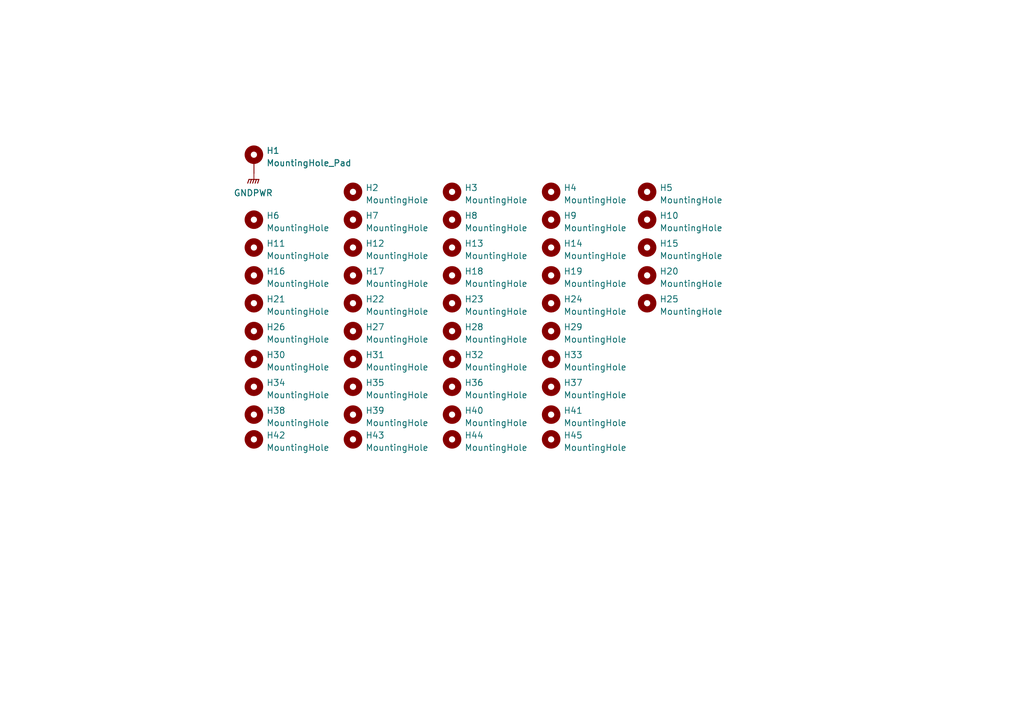
<source format=kicad_sch>
(kicad_sch (version 20211123) (generator eeschema)
  (paper "A5")
  (title_block (title "RF_R1_8-9Xu PCB - Mounting Points") (date "2022-08-10") (rev "1") (company "Cipulot PCB Design ") (comment 1 "MIT License") (comment 2 "Cipulot"))
  (lib_symbols
    (symbol "Mechanical:MountingHole" (pin_names (offset 1.016))
      (property "Reference" "H" (at 0 5.08 0))
      (property "Value" "MountingHole" (at 0 3.175 0))
      (symbol "MountingHole_0_1"
        (circle (center 0 0) (radius 1.27) (stroke (width 1.27)))
      )
    )
    (symbol "Mechanical:MountingHole_Pad" (pin_numbers hide) (pin_names (offset 1.016) hide)
      (property "Reference" "H" (at 0 6.35 0))
      (property "Value" "MountingHole_Pad" (at 0 4.445 0))
      (symbol "MountingHole_Pad_0_1"
        (circle (center 0 1.27) (radius 1.27) (stroke (width 1.27)))
      )
      (symbol "MountingHole_Pad_1_1"
        (pin input line (at 0 -2.54 90) (length 2.54) (name "1") (number "1"))
      )
    )
    (symbol "power:GNDPWR" (power) (pin_names (offset 0))
      (property "Value" "GNDPWR" (at 0 -3.302 0))
      (symbol "GNDPWR_0_1"
        (polyline (pts (xy 0 -1.27) (xy 0 0)))
        (polyline (pts (xy -1.016 -1.27) (xy -1.27 -2.032) (xy -1.27 -2.032)) (stroke (width 0.2032)))
        (polyline (pts (xy -0.508 -1.27) (xy -0.762 -2.032) (xy -0.762 -2.032)) (stroke (width 0.2032)))
        (polyline (pts (xy 0 -1.27) (xy -0.254 -2.032) (xy -0.254 -2.032)) (stroke (width 0.2032)))
        (polyline (pts (xy 0.508 -1.27) (xy 0.254 -2.032) (xy 0.254 -2.032)) (stroke (width 0.2032)))
        (polyline (pts (xy 1.016 -1.27) (xy -1.016 -1.27) (xy -1.016 -1.27)) (stroke (width 0.2032)))
        (polyline (pts (xy 1.016 -1.27) (xy 0.762 -2.032) (xy 0.762 -2.032) (xy 0.762 -2.032)) (stroke (width 0.2032)))
      )
      (symbol "GNDPWR_1_1"
        (pin power_in line (at 0 0 270) (length 0) hide (name "GNDPWR") (number "1"))
      )
    )
  )
  (symbol (lib_id "Mechanical:MountingHole") (at 92.71 73.66 0) (unit 1)
    (property "Reference" "H32" (at 95.25 72.8253 0) (effects (justify left)))
    (property "Value" "MountingHole" (at 95.25 75.3622 0) (effects (justify left)))
    (property "Footprint" "cipulot_parts:HOLE_M2_RF" (effects hide))
  )
  (symbol (lib_id "Mechanical:MountingHole") (at 113.03 39.37 0) (unit 1)
    (property "Reference" "H4" (at 115.57 38.5353 0) (effects (justify left)))
    (property "Value" "MountingHole" (at 115.57 41.0722 0) (effects (justify left)))
    (property "Footprint" "cipulot_parts:HOLE_M2_RF" (effects hide))
  )
  (symbol (lib_id "Mechanical:MountingHole") (at 72.39 67.945 0) (unit 1)
    (property "Reference" "H27" (at 74.93 67.1103 0) (effects (justify left)))
    (property "Value" "MountingHole" (at 74.93 69.6472 0) (effects (justify left)))
    (property "Footprint" "cipulot_parts:HOLE_M2_RF" (effects hide))
  )
  (symbol (lib_id "Mechanical:MountingHole") (at 132.715 45.085 0) (unit 1)
    (property "Reference" "H10" (at 135.255 44.2503 0) (effects (justify left)))
    (property "Value" "MountingHole" (at 135.255 46.7872 0) (effects (justify left)))
    (property "Footprint" "cipulot_parts:HOLE_M2_RF" (effects hide))
  )
  (symbol (lib_id "Mechanical:MountingHole") (at 113.03 73.66 0) (unit 1)
    (property "Reference" "H33" (at 115.57 72.8253 0) (effects (justify left)))
    (property "Value" "MountingHole" (at 115.57 75.3622 0) (effects (justify left)))
    (property "Footprint" "cipulot_parts:HOLE_M2_RF" (effects hide))
  )
  (symbol (lib_id "Mechanical:MountingHole_Pad") (at 52.07 33.02 0) (unit 1)
    (property "Reference" "H1" (at 54.61 30.9153 0) (effects (justify left)))
    (property "Value" "MountingHole_Pad" (at 54.61 33.4522 0) (effects (justify left)))
    (property "Footprint" "cipulot_parts:M2.5_RF_Shield" (effects hide))
  )
  (symbol (lib_id "Mechanical:MountingHole") (at 52.07 85.09 0) (unit 1)
    (property "Reference" "H38" (at 54.61 84.2553 0) (effects (justify left)))
    (property "Value" "MountingHole" (at 54.61 86.7922 0) (effects (justify left)))
    (property "Footprint" "cipulot_parts:HOLE_M2_RF" (effects hide))
  )
  (symbol (lib_id "Mechanical:MountingHole") (at 92.71 85.09 0) (unit 1)
    (property "Reference" "H40" (at 95.25 84.2553 0) (effects (justify left)))
    (property "Value" "MountingHole" (at 95.25 86.7922 0) (effects (justify left)))
    (property "Footprint" "cipulot_parts:HOLE_M2_RF" (effects hide))
  )
  (symbol (lib_id "Mechanical:MountingHole") (at 113.03 85.09 0) (unit 1)
    (property "Reference" "H41" (at 115.57 84.2553 0) (effects (justify left)))
    (property "Value" "MountingHole" (at 115.57 86.7922 0) (effects (justify left)))
    (property "Footprint" "cipulot_parts:HOLE_M2_RF" (effects hide))
  )
  (symbol (lib_id "Mechanical:MountingHole") (at 92.71 90.17 0) (unit 1)
    (property "Reference" "H44" (at 95.25 89.3353 0) (effects (justify left)))
    (property "Value" "MountingHole" (at 95.25 91.8722 0) (effects (justify left)))
    (property "Footprint" "cipulot_parts:HOLE_M2_RF" (effects hide))
  )
  (symbol (lib_id "Mechanical:MountingHole") (at 72.39 50.8 0) (unit 1)
    (property "Reference" "H12" (at 74.93 49.9653 0) (effects (justify left)))
    (property "Value" "MountingHole" (at 74.93 52.5022 0) (effects (justify left)))
    (property "Footprint" "cipulot_parts:HOLE_M2_RF" (effects hide))
  )
  (symbol (lib_id "Mechanical:MountingHole") (at 113.03 56.515 0) (unit 1)
    (property "Reference" "H19" (at 115.57 55.6803 0) (effects (justify left)))
    (property "Value" "MountingHole" (at 115.57 58.2172 0) (effects (justify left)))
    (property "Footprint" "cipulot_parts:HOLE_M2_RF" (effects hide))
  )
  (symbol (lib_id "Mechanical:MountingHole") (at 113.03 67.945 0) (unit 1)
    (property "Reference" "H29" (at 115.57 67.1103 0) (effects (justify left)))
    (property "Value" "MountingHole" (at 115.57 69.6472 0) (effects (justify left)))
    (property "Footprint" "cipulot_parts:HOLE_M2_RF" (effects hide))
  )
  (symbol (lib_id "Mechanical:MountingHole") (at 92.71 62.23 0) (unit 1)
    (property "Reference" "H23" (at 95.25 61.3953 0) (effects (justify left)))
    (property "Value" "MountingHole" (at 95.25 63.9322 0) (effects (justify left)))
    (property "Footprint" "cipulot_parts:HOLE_M2_RF" (effects hide))
  )
  (symbol (lib_id "Mechanical:MountingHole") (at 52.07 67.945 0) (unit 1)
    (property "Reference" "H26" (at 54.61 67.1103 0) (effects (justify left)))
    (property "Value" "MountingHole" (at 54.61 69.6472 0) (effects (justify left)))
    (property "Footprint" "cipulot_parts:HOLE_M2_RF" (effects hide))
  )
  (symbol (lib_id "Mechanical:MountingHole") (at 113.03 50.8 0) (unit 1)
    (property "Reference" "H14" (at 115.57 49.9653 0) (effects (justify left)))
    (property "Value" "MountingHole" (at 115.57 52.5022 0) (effects (justify left)))
    (property "Footprint" "cipulot_parts:HOLE_M2_RF" (effects hide))
  )
  (symbol (lib_id "Mechanical:MountingHole") (at 92.71 45.085 0) (unit 1)
    (property "Reference" "H8" (at 95.25 44.2503 0) (effects (justify left)))
    (property "Value" "MountingHole" (at 95.25 46.7872 0) (effects (justify left)))
    (property "Footprint" "cipulot_parts:HOLE_M2_RF" (effects hide))
  )
  (symbol (lib_id "Mechanical:MountingHole") (at 92.71 79.375 0) (unit 1)
    (property "Reference" "H36" (at 95.25 78.5403 0) (effects (justify left)))
    (property "Value" "MountingHole" (at 95.25 81.0772 0) (effects (justify left)))
    (property "Footprint" "cipulot_parts:HOLE_M2_RF" (effects hide))
  )
  (symbol (lib_id "Mechanical:MountingHole") (at 113.03 79.375 0) (unit 1)
    (property "Reference" "H37" (at 115.57 78.5403 0) (effects (justify left)))
    (property "Value" "MountingHole" (at 115.57 81.0772 0) (effects (justify left)))
    (property "Footprint" "cipulot_parts:HOLE_M2_RF" (effects hide))
  )
  (symbol (lib_id "Mechanical:MountingHole") (at 132.715 50.8 0) (unit 1)
    (property "Reference" "H15" (at 135.255 49.9653 0) (effects (justify left)))
    (property "Value" "MountingHole" (at 135.255 52.5022 0) (effects (justify left)))
    (property "Footprint" "cipulot_parts:HOLE_M2_RF" (effects hide))
  )
  (symbol (lib_id "Mechanical:MountingHole") (at 72.39 73.66 0) (unit 1)
    (property "Reference" "H31" (at 74.93 72.8253 0) (effects (justify left)))
    (property "Value" "MountingHole" (at 74.93 75.3622 0) (effects (justify left)))
    (property "Footprint" "cipulot_parts:HOLE_M2_RF" (effects hide))
  )
  (symbol (lib_id "power:GNDPWR") (at 52.07 35.56 0) (unit 1)
    (property "Reference" "#PWR067" (effects hide))
    (property "Value" "GNDPWR" (at 51.943 39.597 0))
  )
  (symbol (lib_id "Mechanical:MountingHole") (at 113.03 45.085 0) (unit 1)
    (property "Reference" "H9" (at 115.57 44.2503 0) (effects (justify left)))
    (property "Value" "MountingHole" (at 115.57 46.7872 0) (effects (justify left)))
    (property "Footprint" "cipulot_parts:HOLE_M2_RF" (effects hide))
  )
  (symbol (lib_id "Mechanical:MountingHole") (at 92.71 39.37 0) (unit 1)
    (property "Reference" "H3" (at 95.25 38.5353 0) (effects (justify left)))
    (property "Value" "MountingHole" (at 95.25 41.0722 0) (effects (justify left)))
    (property "Footprint" "cipulot_parts:HOLE_M2_RF" (effects hide))
  )
  (symbol (lib_id "Mechanical:MountingHole") (at 72.39 85.09 0) (unit 1)
    (property "Reference" "H39" (at 74.93 84.2553 0) (effects (justify left)))
    (property "Value" "MountingHole" (at 74.93 86.7922 0) (effects (justify left)))
    (property "Footprint" "cipulot_parts:HOLE_M2_RF" (effects hide))
  )
  (symbol (lib_id "Mechanical:MountingHole") (at 72.39 39.37 0) (unit 1)
    (property "Reference" "H2" (at 74.93 38.5353 0) (effects (justify left)))
    (property "Value" "MountingHole" (at 74.93 41.0722 0) (effects (justify left)))
    (property "Footprint" "cipulot_parts:HOLE_M2_RF" (effects hide))
  )
  (symbol (lib_id "Mechanical:MountingHole") (at 52.07 50.8 0) (unit 1)
    (property "Reference" "H11" (at 54.61 49.9653 0) (effects (justify left)))
    (property "Value" "MountingHole" (at 54.61 52.5022 0) (effects (justify left)))
    (property "Footprint" "cipulot_parts:HOLE_M2_RF" (effects hide))
  )
  (symbol (lib_id "Mechanical:MountingHole") (at 92.71 50.8 0) (unit 1)
    (property "Reference" "H13" (at 95.25 49.9653 0) (effects (justify left)))
    (property "Value" "MountingHole" (at 95.25 52.5022 0) (effects (justify left)))
    (property "Footprint" "cipulot_parts:HOLE_M2_RF" (effects hide))
  )
  (symbol (lib_id "Mechanical:MountingHole") (at 52.07 62.23 0) (unit 1)
    (property "Reference" "H21" (at 54.61 61.3953 0) (effects (justify left)))
    (property "Value" "MountingHole" (at 54.61 63.9322 0) (effects (justify left)))
    (property "Footprint" "cipulot_parts:HOLE_M2_RF" (effects hide))
  )
  (symbol (lib_id "Mechanical:MountingHole") (at 72.39 90.17 0) (unit 1)
    (property "Reference" "H43" (at 74.93 89.3353 0) (effects (justify left)))
    (property "Value" "MountingHole" (at 74.93 91.8722 0) (effects (justify left)))
    (property "Footprint" "cipulot_parts:HOLE_M2_RF" (effects hide))
  )
  (symbol (lib_id "Mechanical:MountingHole") (at 132.715 39.37 0) (unit 1)
    (property "Reference" "H5" (at 135.255 38.5353 0) (effects (justify left)))
    (property "Value" "MountingHole" (at 135.255 41.0722 0) (effects (justify left)))
    (property "Footprint" "cipulot_parts:HOLE_M2_RF" (effects hide))
  )
  (symbol (lib_id "Mechanical:MountingHole") (at 52.07 56.515 0) (unit 1)
    (property "Reference" "H16" (at 54.61 55.6803 0) (effects (justify left)))
    (property "Value" "MountingHole" (at 54.61 58.2172 0) (effects (justify left)))
    (property "Footprint" "cipulot_parts:HOLE_M2_RF" (effects hide))
  )
  (symbol (lib_id "Mechanical:MountingHole") (at 113.03 62.23 0) (unit 1)
    (property "Reference" "H24" (at 115.57 61.3953 0) (effects (justify left)))
    (property "Value" "MountingHole" (at 115.57 63.9322 0) (effects (justify left)))
    (property "Footprint" "cipulot_parts:HOLE_M2_RF" (effects hide))
  )
  (symbol (lib_id "Mechanical:MountingHole") (at 92.71 56.515 0) (unit 1)
    (property "Reference" "H18" (at 95.25 55.6803 0) (effects (justify left)))
    (property "Value" "MountingHole" (at 95.25 58.2172 0) (effects (justify left)))
    (property "Footprint" "cipulot_parts:HOLE_M2_RF" (effects hide))
  )
  (symbol (lib_id "Mechanical:MountingHole") (at 132.715 56.515 0) (unit 1)
    (property "Reference" "H20" (at 135.255 55.6803 0) (effects (justify left)))
    (property "Value" "MountingHole" (at 135.255 58.2172 0) (effects (justify left)))
    (property "Footprint" "cipulot_parts:HOLE_M2_RF" (effects hide))
  )
  (symbol (lib_id "Mechanical:MountingHole") (at 52.07 73.66 0) (unit 1)
    (property "Reference" "H30" (at 54.61 72.8253 0) (effects (justify left)))
    (property "Value" "MountingHole" (at 54.61 75.3622 0) (effects (justify left)))
    (property "Footprint" "cipulot_parts:HOLE_M2_RF" (effects hide))
  )
  (symbol (lib_id "Mechanical:MountingHole") (at 72.39 56.515 0) (unit 1)
    (property "Reference" "H17" (at 74.93 55.6803 0) (effects (justify left)))
    (property "Value" "MountingHole" (at 74.93 58.2172 0) (effects (justify left)))
    (property "Footprint" "cipulot_parts:HOLE_M2_RF" (effects hide))
  )
  (symbol (lib_id "Mechanical:MountingHole") (at 52.07 45.085 0) (unit 1)
    (property "Reference" "H6" (at 54.61 44.2503 0) (effects (justify left)))
    (property "Value" "MountingHole" (at 54.61 46.7872 0) (effects (justify left)))
    (property "Footprint" "cipulot_parts:HOLE_M2_RF" (effects hide))
  )
  (symbol (lib_id "Mechanical:MountingHole") (at 132.715 62.23 0) (unit 1)
    (property "Reference" "H25" (at 135.255 61.3953 0) (effects (justify left)))
    (property "Value" "MountingHole" (at 135.255 63.9322 0) (effects (justify left)))
    (property "Footprint" "cipulot_parts:HOLE_M2_RF" (effects hide))
  )
  (symbol (lib_id "Mechanical:MountingHole") (at 72.39 62.23 0) (unit 1)
    (property "Reference" "H22" (at 74.93 61.3953 0) (effects (justify left)))
    (property "Value" "MountingHole" (at 74.93 63.9322 0) (effects (justify left)))
    (property "Footprint" "cipulot_parts:HOLE_M2_RF" (effects hide))
  )
  (symbol (lib_id "Mechanical:MountingHole") (at 72.39 79.375 0) (unit 1)
    (property "Reference" "H35" (at 74.93 78.5403 0) (effects (justify left)))
    (property "Value" "MountingHole" (at 74.93 81.0772 0) (effects (justify left)))
    (property "Footprint" "cipulot_parts:HOLE_M2_RF" (effects hide))
  )
  (symbol (lib_id "Mechanical:MountingHole") (at 92.71 67.945 0) (unit 1)
    (property "Reference" "H28" (at 95.25 67.1103 0) (effects (justify left)))
    (property "Value" "MountingHole" (at 95.25 69.6472 0) (effects (justify left)))
    (property "Footprint" "cipulot_parts:HOLE_M2_RF" (effects hide))
  )
  (symbol (lib_id "Mechanical:MountingHole") (at 72.39 45.085 0) (unit 1)
    (property "Reference" "H7" (at 74.93 44.2503 0) (effects (justify left)))
    (property "Value" "MountingHole" (at 74.93 46.7872 0) (effects (justify left)))
    (property "Footprint" "cipulot_parts:HOLE_M2_RF" (effects hide))
  )
  (symbol (lib_id "Mechanical:MountingHole") (at 52.07 90.17 0) (unit 1)
    (property "Reference" "H42" (at 54.61 89.3353 0) (effects (justify left)))
    (property "Value" "MountingHole" (at 54.61 91.8722 0) (effects (justify left)))
    (property "Footprint" "cipulot_parts:HOLE_M2_RF" (effects hide))
  )
  (symbol (lib_id "Mechanical:MountingHole") (at 113.03 90.17 0) (unit 1)
    (property "Reference" "H45" (at 115.57 89.3353 0) (effects (justify left)))
    (property "Value" "MountingHole" (at 115.57 91.8722 0) (effects (justify left)))
    (property "Footprint" "cipulot_parts:HOLE_M2_RF" (effects hide))
  )
  (symbol (lib_id "Mechanical:MountingHole") (at 52.07 79.375 0) (unit 1)
    (property "Reference" "H34" (at 54.61 78.5403 0) (effects (justify left)))
    (property "Value" "MountingHole" (at 54.61 81.0772 0) (effects (justify left)))
    (property "Footprint" "cipulot_parts:HOLE_M2_RF" (effects hide))
  )
)
</source>
